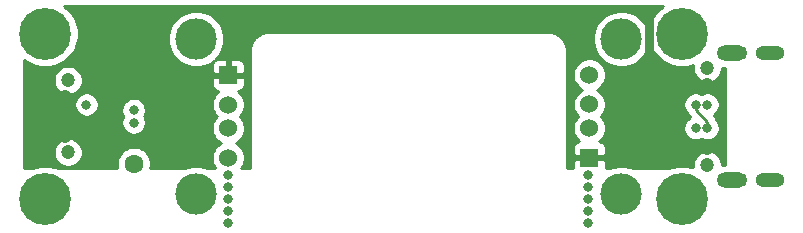
<source format=gbr>
%TF.GenerationSoftware,KiCad,Pcbnew,5.1.6-c6e7f7d~87~ubuntu18.04.1*%
%TF.CreationDate,2020-09-20T16:09:31-04:00*%
%TF.ProjectId,bt500-usbc,62743530-302d-4757-9362-632e6b696361,rev?*%
%TF.SameCoordinates,Original*%
%TF.FileFunction,Copper,L3,Inr*%
%TF.FilePolarity,Positive*%
%FSLAX46Y46*%
G04 Gerber Fmt 4.6, Leading zero omitted, Abs format (unit mm)*
G04 Created by KiCad (PCBNEW 5.1.6-c6e7f7d~87~ubuntu18.04.1) date 2020-09-20 16:09:31*
%MOMM*%
%LPD*%
G01*
G04 APERTURE LIST*
%TA.AperFunction,ViaPad*%
%ADD10O,2.450000X1.225000*%
%TD*%
%TA.AperFunction,ViaPad*%
%ADD11O,2.600000X1.300000*%
%TD*%
%TA.AperFunction,ViaPad*%
%ADD12C,1.524000*%
%TD*%
%TA.AperFunction,ViaPad*%
%ADD13R,1.524000X1.524000*%
%TD*%
%TA.AperFunction,ViaPad*%
%ADD14C,3.500000*%
%TD*%
%TA.AperFunction,ViaPad*%
%ADD15C,4.400000*%
%TD*%
%TA.AperFunction,ViaPad*%
%ADD16C,0.800000*%
%TD*%
%TA.AperFunction,ViaPad*%
%ADD17C,1.200000*%
%TD*%
%TA.AperFunction,ViaPad*%
%ADD18C,1.600000*%
%TD*%
%TA.AperFunction,Conductor*%
%ADD19C,0.750000*%
%TD*%
%TA.AperFunction,Conductor*%
%ADD20C,0.250000*%
%TD*%
%TA.AperFunction,Conductor*%
%ADD21C,0.254000*%
%TD*%
G04 APERTURE END LIST*
D10*
%TO.N,/SHIELD*%
%TO.C,J2*%
X181630000Y-101640000D03*
X181630000Y-90840000D03*
D11*
X178400000Y-101640000D03*
X178400000Y-90840000D03*
%TD*%
D12*
%TO.N,GND*%
%TO.C,P2*%
X166328125Y-92740000D03*
%TO.N,/UFP_D+*%
X166328125Y-95240000D03*
%TO.N,/UFP_D-*%
X166328125Y-97240000D03*
D13*
%TO.N,VBUS*%
X166328125Y-99740000D03*
D14*
%TO.N,/SHIELD*%
X169038125Y-102810000D03*
X169038125Y-89670000D03*
%TD*%
D12*
%TO.N,GND*%
%TO.C,P1*%
X135750000Y-99750000D03*
%TO.N,/DFP_D+*%
X135750000Y-97250000D03*
%TO.N,/DFP_D-*%
X135750000Y-95250000D03*
D13*
%TO.N,VBUS*%
X135750000Y-92750000D03*
D14*
%TO.N,/SHIELD*%
X133040000Y-89680000D03*
X133040000Y-102820000D03*
%TD*%
D15*
%TO.N,/SHIELD*%
%TO.C,H4*%
X174172000Y-103250000D03*
%TD*%
%TO.N,/SHIELD*%
%TO.C,H3*%
X174172000Y-89250000D03*
%TD*%
%TO.N,/SHIELD*%
%TO.C,H2*%
X120250000Y-103250000D03*
%TD*%
%TO.N,/SHIELD*%
%TO.C,H1*%
X120250000Y-89250000D03*
%TD*%
D16*
%TO.N,Net-(J1-PadB5)*%
X123750000Y-95250000D03*
%TO.N,/SHIELD*%
X135750000Y-105250000D03*
X135750000Y-104250000D03*
X135750000Y-103250000D03*
X135750000Y-102250000D03*
X135750000Y-101250000D03*
X166250000Y-105250000D03*
X166250000Y-104250000D03*
X166250000Y-103250000D03*
X166250000Y-102250000D03*
X166250000Y-101250000D03*
D17*
%TO.N,GND*%
X176328125Y-92150000D03*
X122200002Y-99302420D03*
X122200002Y-93197580D03*
X176328125Y-100350000D03*
D18*
X127750000Y-100250000D03*
D17*
%TO.N,VBUS*%
X176328125Y-93550000D03*
X176328125Y-98950000D03*
X121900002Y-94575000D03*
X121900002Y-97925000D03*
D16*
%TO.N,/DFP_D-*%
X127750000Y-95725000D03*
%TO.N,/DFP_D+*%
X127750000Y-96775000D03*
%TO.N,/UFP_D-*%
X175328125Y-97250000D03*
X176328125Y-95250000D03*
%TO.N,/UFP_D+*%
X176328125Y-97250000D03*
X175328125Y-95250000D03*
%TD*%
D19*
%TO.N,VBUS*%
X171363126Y-90786001D02*
X171363126Y-87863126D01*
D20*
%TO.N,/UFP_D+*%
X175328125Y-95684315D02*
X175328125Y-95250000D01*
X176328125Y-96684315D02*
X175328125Y-95684315D01*
X176328125Y-97250000D02*
X176328125Y-96684315D01*
%TD*%
D21*
%TO.N,VBUS*%
G36*
X172364793Y-87047912D02*
G01*
X171969912Y-87442793D01*
X171659656Y-87907124D01*
X171445948Y-88423061D01*
X171337000Y-88970777D01*
X171337000Y-89002117D01*
X171331471Y-88974321D01*
X171151685Y-88540279D01*
X170890675Y-88149651D01*
X170558474Y-87817450D01*
X170167846Y-87556440D01*
X169733804Y-87376654D01*
X169273027Y-87285000D01*
X168803223Y-87285000D01*
X168342446Y-87376654D01*
X167908404Y-87556440D01*
X167517776Y-87817450D01*
X167185575Y-88149651D01*
X166924565Y-88540279D01*
X166744779Y-88974321D01*
X166653125Y-89435098D01*
X166653125Y-89904902D01*
X166744779Y-90365679D01*
X166924565Y-90799721D01*
X167185575Y-91190349D01*
X167517776Y-91522550D01*
X167908404Y-91783560D01*
X168342446Y-91963346D01*
X168803223Y-92055000D01*
X169273027Y-92055000D01*
X169733804Y-91963346D01*
X170167846Y-91783560D01*
X170558474Y-91522550D01*
X170890675Y-91190349D01*
X171151685Y-90799721D01*
X171331471Y-90365679D01*
X171417426Y-89933551D01*
X171445948Y-90076939D01*
X171659656Y-90592876D01*
X171969912Y-91057207D01*
X172364793Y-91452088D01*
X172829124Y-91762344D01*
X173345061Y-91976052D01*
X173892777Y-92085000D01*
X174451223Y-92085000D01*
X174998939Y-91976052D01*
X175112921Y-91928839D01*
X175093125Y-92028363D01*
X175093125Y-92271637D01*
X175140585Y-92510236D01*
X175233682Y-92734992D01*
X175368838Y-92937267D01*
X175540858Y-93109287D01*
X175743133Y-93244443D01*
X175967889Y-93337540D01*
X176206488Y-93385000D01*
X176449762Y-93385000D01*
X176688361Y-93337540D01*
X176913117Y-93244443D01*
X177115392Y-93109287D01*
X177287412Y-92937267D01*
X177422568Y-92734992D01*
X177515665Y-92510236D01*
X177563125Y-92271637D01*
X177563125Y-92112812D01*
X177686877Y-92125000D01*
X177845001Y-92125000D01*
X177845000Y-100355000D01*
X177686877Y-100355000D01*
X177563125Y-100367188D01*
X177563125Y-100228363D01*
X177515665Y-99989764D01*
X177422568Y-99765008D01*
X177287412Y-99562733D01*
X177115392Y-99390713D01*
X176913117Y-99255557D01*
X176688361Y-99162460D01*
X176449762Y-99115000D01*
X176206488Y-99115000D01*
X175967889Y-99162460D01*
X175743133Y-99255557D01*
X175540858Y-99390713D01*
X175368838Y-99562733D01*
X175233682Y-99765008D01*
X175140585Y-99989764D01*
X175093125Y-100228363D01*
X175093125Y-100471637D01*
X175112921Y-100571161D01*
X174998939Y-100523948D01*
X174451223Y-100415000D01*
X173892777Y-100415000D01*
X173345061Y-100523948D01*
X173105928Y-100623000D01*
X169990546Y-100623000D01*
X169733804Y-100516654D01*
X169273027Y-100425000D01*
X168803223Y-100425000D01*
X168342446Y-100516654D01*
X168085704Y-100623000D01*
X167716280Y-100623000D01*
X167728197Y-100502000D01*
X167725125Y-100025750D01*
X167566375Y-99867000D01*
X166455125Y-99867000D01*
X166455125Y-99887000D01*
X166201125Y-99887000D01*
X166201125Y-99867000D01*
X165089875Y-99867000D01*
X164931125Y-100025750D01*
X164928053Y-100502000D01*
X164939970Y-100623000D01*
X164435000Y-100623000D01*
X164435000Y-98978000D01*
X164928053Y-98978000D01*
X164931125Y-99454250D01*
X165089875Y-99613000D01*
X166201125Y-99613000D01*
X166201125Y-99593000D01*
X166455125Y-99593000D01*
X166455125Y-99613000D01*
X167566375Y-99613000D01*
X167725125Y-99454250D01*
X167728197Y-98978000D01*
X167715937Y-98853518D01*
X167679627Y-98733820D01*
X167620662Y-98623506D01*
X167541310Y-98526815D01*
X167444619Y-98447463D01*
X167334305Y-98388498D01*
X167214607Y-98352188D01*
X167182833Y-98349059D01*
X167218660Y-98325120D01*
X167413245Y-98130535D01*
X167566130Y-97901727D01*
X167671439Y-97647490D01*
X167725125Y-97377592D01*
X167725125Y-97102408D01*
X167671439Y-96832510D01*
X167566130Y-96578273D01*
X167413245Y-96349465D01*
X167303780Y-96240000D01*
X167413245Y-96130535D01*
X167566130Y-95901727D01*
X167671439Y-95647490D01*
X167725125Y-95377592D01*
X167725125Y-95148061D01*
X174293125Y-95148061D01*
X174293125Y-95351939D01*
X174332899Y-95551898D01*
X174410920Y-95740256D01*
X174524188Y-95909774D01*
X174658870Y-96044456D01*
X174693151Y-96108591D01*
X174731140Y-96154880D01*
X174788124Y-96224316D01*
X174817127Y-96248119D01*
X174883078Y-96314069D01*
X174837869Y-96332795D01*
X174668351Y-96446063D01*
X174524188Y-96590226D01*
X174410920Y-96759744D01*
X174332899Y-96948102D01*
X174293125Y-97148061D01*
X174293125Y-97351939D01*
X174332899Y-97551898D01*
X174410920Y-97740256D01*
X174524188Y-97909774D01*
X174668351Y-98053937D01*
X174837869Y-98167205D01*
X175026227Y-98245226D01*
X175226186Y-98285000D01*
X175430064Y-98285000D01*
X175630023Y-98245226D01*
X175818381Y-98167205D01*
X175828125Y-98160694D01*
X175837869Y-98167205D01*
X176026227Y-98245226D01*
X176226186Y-98285000D01*
X176430064Y-98285000D01*
X176630023Y-98245226D01*
X176818381Y-98167205D01*
X176987899Y-98053937D01*
X177132062Y-97909774D01*
X177245330Y-97740256D01*
X177323351Y-97551898D01*
X177363125Y-97351939D01*
X177363125Y-97148061D01*
X177323351Y-96948102D01*
X177245330Y-96759744D01*
X177132062Y-96590226D01*
X177077112Y-96535276D01*
X177033671Y-96392068D01*
X176963099Y-96260039D01*
X176868126Y-96144314D01*
X176861176Y-96138610D01*
X176987899Y-96053937D01*
X177132062Y-95909774D01*
X177245330Y-95740256D01*
X177323351Y-95551898D01*
X177363125Y-95351939D01*
X177363125Y-95148061D01*
X177323351Y-94948102D01*
X177245330Y-94759744D01*
X177132062Y-94590226D01*
X176987899Y-94446063D01*
X176818381Y-94332795D01*
X176630023Y-94254774D01*
X176430064Y-94215000D01*
X176226186Y-94215000D01*
X176026227Y-94254774D01*
X175837869Y-94332795D01*
X175828125Y-94339306D01*
X175818381Y-94332795D01*
X175630023Y-94254774D01*
X175430064Y-94215000D01*
X175226186Y-94215000D01*
X175026227Y-94254774D01*
X174837869Y-94332795D01*
X174668351Y-94446063D01*
X174524188Y-94590226D01*
X174410920Y-94759744D01*
X174332899Y-94948102D01*
X174293125Y-95148061D01*
X167725125Y-95148061D01*
X167725125Y-95102408D01*
X167671439Y-94832510D01*
X167566130Y-94578273D01*
X167413245Y-94349465D01*
X167218660Y-94154880D01*
X166989852Y-94001995D01*
X166960894Y-93990000D01*
X166989852Y-93978005D01*
X167218660Y-93825120D01*
X167413245Y-93630535D01*
X167566130Y-93401727D01*
X167671439Y-93147490D01*
X167725125Y-92877592D01*
X167725125Y-92602408D01*
X167671439Y-92332510D01*
X167566130Y-92078273D01*
X167413245Y-91849465D01*
X167218660Y-91654880D01*
X166989852Y-91501995D01*
X166735615Y-91396686D01*
X166465717Y-91343000D01*
X166190533Y-91343000D01*
X165920635Y-91396686D01*
X165666398Y-91501995D01*
X165437590Y-91654880D01*
X165243005Y-91849465D01*
X165090120Y-92078273D01*
X164984811Y-92332510D01*
X164931125Y-92602408D01*
X164931125Y-92877592D01*
X164984811Y-93147490D01*
X165090120Y-93401727D01*
X165243005Y-93630535D01*
X165437590Y-93825120D01*
X165666398Y-93978005D01*
X165695356Y-93990000D01*
X165666398Y-94001995D01*
X165437590Y-94154880D01*
X165243005Y-94349465D01*
X165090120Y-94578273D01*
X164984811Y-94832510D01*
X164931125Y-95102408D01*
X164931125Y-95377592D01*
X164984811Y-95647490D01*
X165090120Y-95901727D01*
X165243005Y-96130535D01*
X165352470Y-96240000D01*
X165243005Y-96349465D01*
X165090120Y-96578273D01*
X164984811Y-96832510D01*
X164931125Y-97102408D01*
X164931125Y-97377592D01*
X164984811Y-97647490D01*
X165090120Y-97901727D01*
X165243005Y-98130535D01*
X165437590Y-98325120D01*
X165473417Y-98349059D01*
X165441643Y-98352188D01*
X165321945Y-98388498D01*
X165211631Y-98447463D01*
X165114940Y-98526815D01*
X165035588Y-98623506D01*
X164976623Y-98733820D01*
X164940313Y-98853518D01*
X164928053Y-98978000D01*
X164435000Y-98978000D01*
X164435000Y-90716353D01*
X164432113Y-90687045D01*
X164432156Y-90680933D01*
X164431223Y-90671415D01*
X164410822Y-90477318D01*
X164398339Y-90416504D01*
X164386705Y-90355519D01*
X164383941Y-90346363D01*
X164326229Y-90159925D01*
X164302170Y-90102692D01*
X164278913Y-90045127D01*
X164274423Y-90036682D01*
X164181598Y-89865006D01*
X164146878Y-89813532D01*
X164112883Y-89761582D01*
X164106838Y-89754170D01*
X163982435Y-89603793D01*
X163938362Y-89560027D01*
X163894943Y-89515689D01*
X163887574Y-89509592D01*
X163736332Y-89386242D01*
X163684614Y-89351881D01*
X163633393Y-89316809D01*
X163624980Y-89312260D01*
X163452657Y-89220635D01*
X163395261Y-89196978D01*
X163338193Y-89172519D01*
X163329057Y-89169690D01*
X163142220Y-89113281D01*
X163081302Y-89101219D01*
X163020590Y-89088314D01*
X163011078Y-89087314D01*
X162816845Y-89068269D01*
X162816837Y-89068269D01*
X162783647Y-89065000D01*
X139216353Y-89065000D01*
X139187045Y-89067887D01*
X139180933Y-89067844D01*
X139171415Y-89068777D01*
X138977318Y-89089178D01*
X138916504Y-89101661D01*
X138855519Y-89113295D01*
X138846363Y-89116059D01*
X138659925Y-89173771D01*
X138602692Y-89197830D01*
X138545127Y-89221087D01*
X138536682Y-89225577D01*
X138365006Y-89318402D01*
X138313532Y-89353122D01*
X138261582Y-89387117D01*
X138254170Y-89393162D01*
X138103793Y-89517565D01*
X138060027Y-89561638D01*
X138015689Y-89605057D01*
X138009592Y-89612426D01*
X137886242Y-89763668D01*
X137851881Y-89815386D01*
X137816809Y-89866607D01*
X137812260Y-89875020D01*
X137720635Y-90047343D01*
X137696978Y-90104739D01*
X137672519Y-90161807D01*
X137669690Y-90170943D01*
X137613281Y-90357780D01*
X137601219Y-90418698D01*
X137588314Y-90479410D01*
X137587314Y-90488922D01*
X137568269Y-90683155D01*
X137568269Y-90683173D01*
X137565001Y-90716353D01*
X137565000Y-100623000D01*
X136846837Y-100623000D01*
X136988005Y-100411727D01*
X137093314Y-100157490D01*
X137147000Y-99887592D01*
X137147000Y-99612408D01*
X137093314Y-99342510D01*
X136988005Y-99088273D01*
X136835120Y-98859465D01*
X136640535Y-98664880D01*
X136411727Y-98511995D01*
X136382769Y-98500000D01*
X136411727Y-98488005D01*
X136640535Y-98335120D01*
X136835120Y-98140535D01*
X136988005Y-97911727D01*
X137093314Y-97657490D01*
X137147000Y-97387592D01*
X137147000Y-97112408D01*
X137093314Y-96842510D01*
X136988005Y-96588273D01*
X136835120Y-96359465D01*
X136725655Y-96250000D01*
X136835120Y-96140535D01*
X136988005Y-95911727D01*
X137093314Y-95657490D01*
X137147000Y-95387592D01*
X137147000Y-95112408D01*
X137093314Y-94842510D01*
X136988005Y-94588273D01*
X136835120Y-94359465D01*
X136640535Y-94164880D01*
X136604708Y-94140941D01*
X136636482Y-94137812D01*
X136756180Y-94101502D01*
X136866494Y-94042537D01*
X136963185Y-93963185D01*
X137042537Y-93866494D01*
X137101502Y-93756180D01*
X137137812Y-93636482D01*
X137150072Y-93512000D01*
X137147000Y-93035750D01*
X136988250Y-92877000D01*
X135877000Y-92877000D01*
X135877000Y-92897000D01*
X135623000Y-92897000D01*
X135623000Y-92877000D01*
X134511750Y-92877000D01*
X134353000Y-93035750D01*
X134349928Y-93512000D01*
X134362188Y-93636482D01*
X134398498Y-93756180D01*
X134457463Y-93866494D01*
X134536815Y-93963185D01*
X134633506Y-94042537D01*
X134743820Y-94101502D01*
X134863518Y-94137812D01*
X134895292Y-94140941D01*
X134859465Y-94164880D01*
X134664880Y-94359465D01*
X134511995Y-94588273D01*
X134406686Y-94842510D01*
X134353000Y-95112408D01*
X134353000Y-95387592D01*
X134406686Y-95657490D01*
X134511995Y-95911727D01*
X134664880Y-96140535D01*
X134774345Y-96250000D01*
X134664880Y-96359465D01*
X134511995Y-96588273D01*
X134406686Y-96842510D01*
X134353000Y-97112408D01*
X134353000Y-97387592D01*
X134406686Y-97657490D01*
X134511995Y-97911727D01*
X134664880Y-98140535D01*
X134859465Y-98335120D01*
X135088273Y-98488005D01*
X135117231Y-98500000D01*
X135088273Y-98511995D01*
X134859465Y-98664880D01*
X134664880Y-98859465D01*
X134511995Y-99088273D01*
X134406686Y-99342510D01*
X134353000Y-99612408D01*
X134353000Y-99887592D01*
X134406686Y-100157490D01*
X134511995Y-100411727D01*
X134653163Y-100623000D01*
X133968279Y-100623000D01*
X133735679Y-100526654D01*
X133274902Y-100435000D01*
X132805098Y-100435000D01*
X132344321Y-100526654D01*
X132111721Y-100623000D01*
X129138918Y-100623000D01*
X129185000Y-100391335D01*
X129185000Y-100108665D01*
X129129853Y-99831426D01*
X129021680Y-99570273D01*
X128864637Y-99335241D01*
X128664759Y-99135363D01*
X128429727Y-98978320D01*
X128168574Y-98870147D01*
X127891335Y-98815000D01*
X127608665Y-98815000D01*
X127331426Y-98870147D01*
X127070273Y-98978320D01*
X126835241Y-99135363D01*
X126635363Y-99335241D01*
X126478320Y-99570273D01*
X126370147Y-99831426D01*
X126315000Y-100108665D01*
X126315000Y-100391335D01*
X126361082Y-100623000D01*
X121316072Y-100623000D01*
X121076939Y-100523948D01*
X120529223Y-100415000D01*
X119970777Y-100415000D01*
X119423061Y-100523948D01*
X119183928Y-100623000D01*
X118435000Y-100623000D01*
X118435000Y-99180783D01*
X120965002Y-99180783D01*
X120965002Y-99424057D01*
X121012462Y-99662656D01*
X121105559Y-99887412D01*
X121240715Y-100089687D01*
X121412735Y-100261707D01*
X121615010Y-100396863D01*
X121839766Y-100489960D01*
X122078365Y-100537420D01*
X122321639Y-100537420D01*
X122560238Y-100489960D01*
X122784994Y-100396863D01*
X122987269Y-100261707D01*
X123159289Y-100089687D01*
X123294445Y-99887412D01*
X123387542Y-99662656D01*
X123435002Y-99424057D01*
X123435002Y-99180783D01*
X123387542Y-98942184D01*
X123294445Y-98717428D01*
X123159289Y-98515153D01*
X122987269Y-98343133D01*
X122784994Y-98207977D01*
X122560238Y-98114880D01*
X122321639Y-98067420D01*
X122078365Y-98067420D01*
X121839766Y-98114880D01*
X121615010Y-98207977D01*
X121412735Y-98343133D01*
X121240715Y-98515153D01*
X121105559Y-98717428D01*
X121012462Y-98942184D01*
X120965002Y-99180783D01*
X118435000Y-99180783D01*
X118435000Y-95148061D01*
X122715000Y-95148061D01*
X122715000Y-95351939D01*
X122754774Y-95551898D01*
X122832795Y-95740256D01*
X122946063Y-95909774D01*
X123090226Y-96053937D01*
X123259744Y-96167205D01*
X123448102Y-96245226D01*
X123648061Y-96285000D01*
X123851939Y-96285000D01*
X124051898Y-96245226D01*
X124240256Y-96167205D01*
X124409774Y-96053937D01*
X124553937Y-95909774D01*
X124667205Y-95740256D01*
X124715749Y-95623061D01*
X126715000Y-95623061D01*
X126715000Y-95826939D01*
X126754774Y-96026898D01*
X126832795Y-96215256D01*
X126856010Y-96250000D01*
X126832795Y-96284744D01*
X126754774Y-96473102D01*
X126715000Y-96673061D01*
X126715000Y-96876939D01*
X126754774Y-97076898D01*
X126832795Y-97265256D01*
X126946063Y-97434774D01*
X127090226Y-97578937D01*
X127259744Y-97692205D01*
X127448102Y-97770226D01*
X127648061Y-97810000D01*
X127851939Y-97810000D01*
X128051898Y-97770226D01*
X128240256Y-97692205D01*
X128409774Y-97578937D01*
X128553937Y-97434774D01*
X128667205Y-97265256D01*
X128745226Y-97076898D01*
X128785000Y-96876939D01*
X128785000Y-96673061D01*
X128745226Y-96473102D01*
X128667205Y-96284744D01*
X128643990Y-96250000D01*
X128667205Y-96215256D01*
X128745226Y-96026898D01*
X128785000Y-95826939D01*
X128785000Y-95623061D01*
X128745226Y-95423102D01*
X128667205Y-95234744D01*
X128553937Y-95065226D01*
X128409774Y-94921063D01*
X128240256Y-94807795D01*
X128051898Y-94729774D01*
X127851939Y-94690000D01*
X127648061Y-94690000D01*
X127448102Y-94729774D01*
X127259744Y-94807795D01*
X127090226Y-94921063D01*
X126946063Y-95065226D01*
X126832795Y-95234744D01*
X126754774Y-95423102D01*
X126715000Y-95623061D01*
X124715749Y-95623061D01*
X124745226Y-95551898D01*
X124785000Y-95351939D01*
X124785000Y-95148061D01*
X124745226Y-94948102D01*
X124667205Y-94759744D01*
X124553937Y-94590226D01*
X124409774Y-94446063D01*
X124240256Y-94332795D01*
X124051898Y-94254774D01*
X123851939Y-94215000D01*
X123648061Y-94215000D01*
X123448102Y-94254774D01*
X123259744Y-94332795D01*
X123090226Y-94446063D01*
X122946063Y-94590226D01*
X122832795Y-94759744D01*
X122754774Y-94948102D01*
X122715000Y-95148061D01*
X118435000Y-95148061D01*
X118435000Y-93075943D01*
X120965002Y-93075943D01*
X120965002Y-93319217D01*
X121012462Y-93557816D01*
X121105559Y-93782572D01*
X121240715Y-93984847D01*
X121412735Y-94156867D01*
X121615010Y-94292023D01*
X121839766Y-94385120D01*
X122078365Y-94432580D01*
X122321639Y-94432580D01*
X122560238Y-94385120D01*
X122784994Y-94292023D01*
X122987269Y-94156867D01*
X123159289Y-93984847D01*
X123294445Y-93782572D01*
X123387542Y-93557816D01*
X123435002Y-93319217D01*
X123435002Y-93075943D01*
X123387542Y-92837344D01*
X123294445Y-92612588D01*
X123159289Y-92410313D01*
X122987269Y-92238293D01*
X122784994Y-92103137D01*
X122560238Y-92010040D01*
X122321639Y-91962580D01*
X122078365Y-91962580D01*
X121839766Y-92010040D01*
X121615010Y-92103137D01*
X121412735Y-92238293D01*
X121240715Y-92410313D01*
X121105559Y-92612588D01*
X121012462Y-92837344D01*
X120965002Y-93075943D01*
X118435000Y-93075943D01*
X118435000Y-91444295D01*
X118442793Y-91452088D01*
X118907124Y-91762344D01*
X119423061Y-91976052D01*
X119970777Y-92085000D01*
X120529223Y-92085000D01*
X121076939Y-91976052D01*
X121592876Y-91762344D01*
X122057207Y-91452088D01*
X122452088Y-91057207D01*
X122762344Y-90592876D01*
X122976052Y-90076939D01*
X123085000Y-89529223D01*
X123085000Y-89445098D01*
X130655000Y-89445098D01*
X130655000Y-89914902D01*
X130746654Y-90375679D01*
X130926440Y-90809721D01*
X131187450Y-91200349D01*
X131519651Y-91532550D01*
X131910279Y-91793560D01*
X132344321Y-91973346D01*
X132805098Y-92065000D01*
X133274902Y-92065000D01*
X133735679Y-91973346D01*
X134169721Y-91793560D01*
X134515991Y-91562189D01*
X134457463Y-91633506D01*
X134398498Y-91743820D01*
X134362188Y-91863518D01*
X134349928Y-91988000D01*
X134353000Y-92464250D01*
X134511750Y-92623000D01*
X135623000Y-92623000D01*
X135623000Y-91511750D01*
X135877000Y-91511750D01*
X135877000Y-92623000D01*
X136988250Y-92623000D01*
X137147000Y-92464250D01*
X137150072Y-91988000D01*
X137137812Y-91863518D01*
X137101502Y-91743820D01*
X137042537Y-91633506D01*
X136963185Y-91536815D01*
X136866494Y-91457463D01*
X136756180Y-91398498D01*
X136636482Y-91362188D01*
X136512000Y-91349928D01*
X136035750Y-91353000D01*
X135877000Y-91511750D01*
X135623000Y-91511750D01*
X135464250Y-91353000D01*
X134988000Y-91349928D01*
X134863518Y-91362188D01*
X134743820Y-91398498D01*
X134637652Y-91455247D01*
X134892550Y-91200349D01*
X135153560Y-90809721D01*
X135333346Y-90375679D01*
X135425000Y-89914902D01*
X135425000Y-89445098D01*
X135333346Y-88984321D01*
X135153560Y-88550279D01*
X134892550Y-88159651D01*
X134560349Y-87827450D01*
X134169721Y-87566440D01*
X133735679Y-87386654D01*
X133274902Y-87295000D01*
X132805098Y-87295000D01*
X132344321Y-87386654D01*
X131910279Y-87566440D01*
X131519651Y-87827450D01*
X131187450Y-88159651D01*
X130926440Y-88550279D01*
X130746654Y-88984321D01*
X130655000Y-89445098D01*
X123085000Y-89445098D01*
X123085000Y-88970777D01*
X122976052Y-88423061D01*
X122762344Y-87907124D01*
X122452088Y-87442793D01*
X122057207Y-87047912D01*
X121888222Y-86935000D01*
X172533778Y-86935000D01*
X172364793Y-87047912D01*
G37*
X172364793Y-87047912D02*
X171969912Y-87442793D01*
X171659656Y-87907124D01*
X171445948Y-88423061D01*
X171337000Y-88970777D01*
X171337000Y-89002117D01*
X171331471Y-88974321D01*
X171151685Y-88540279D01*
X170890675Y-88149651D01*
X170558474Y-87817450D01*
X170167846Y-87556440D01*
X169733804Y-87376654D01*
X169273027Y-87285000D01*
X168803223Y-87285000D01*
X168342446Y-87376654D01*
X167908404Y-87556440D01*
X167517776Y-87817450D01*
X167185575Y-88149651D01*
X166924565Y-88540279D01*
X166744779Y-88974321D01*
X166653125Y-89435098D01*
X166653125Y-89904902D01*
X166744779Y-90365679D01*
X166924565Y-90799721D01*
X167185575Y-91190349D01*
X167517776Y-91522550D01*
X167908404Y-91783560D01*
X168342446Y-91963346D01*
X168803223Y-92055000D01*
X169273027Y-92055000D01*
X169733804Y-91963346D01*
X170167846Y-91783560D01*
X170558474Y-91522550D01*
X170890675Y-91190349D01*
X171151685Y-90799721D01*
X171331471Y-90365679D01*
X171417426Y-89933551D01*
X171445948Y-90076939D01*
X171659656Y-90592876D01*
X171969912Y-91057207D01*
X172364793Y-91452088D01*
X172829124Y-91762344D01*
X173345061Y-91976052D01*
X173892777Y-92085000D01*
X174451223Y-92085000D01*
X174998939Y-91976052D01*
X175112921Y-91928839D01*
X175093125Y-92028363D01*
X175093125Y-92271637D01*
X175140585Y-92510236D01*
X175233682Y-92734992D01*
X175368838Y-92937267D01*
X175540858Y-93109287D01*
X175743133Y-93244443D01*
X175967889Y-93337540D01*
X176206488Y-93385000D01*
X176449762Y-93385000D01*
X176688361Y-93337540D01*
X176913117Y-93244443D01*
X177115392Y-93109287D01*
X177287412Y-92937267D01*
X177422568Y-92734992D01*
X177515665Y-92510236D01*
X177563125Y-92271637D01*
X177563125Y-92112812D01*
X177686877Y-92125000D01*
X177845001Y-92125000D01*
X177845000Y-100355000D01*
X177686877Y-100355000D01*
X177563125Y-100367188D01*
X177563125Y-100228363D01*
X177515665Y-99989764D01*
X177422568Y-99765008D01*
X177287412Y-99562733D01*
X177115392Y-99390713D01*
X176913117Y-99255557D01*
X176688361Y-99162460D01*
X176449762Y-99115000D01*
X176206488Y-99115000D01*
X175967889Y-99162460D01*
X175743133Y-99255557D01*
X175540858Y-99390713D01*
X175368838Y-99562733D01*
X175233682Y-99765008D01*
X175140585Y-99989764D01*
X175093125Y-100228363D01*
X175093125Y-100471637D01*
X175112921Y-100571161D01*
X174998939Y-100523948D01*
X174451223Y-100415000D01*
X173892777Y-100415000D01*
X173345061Y-100523948D01*
X173105928Y-100623000D01*
X169990546Y-100623000D01*
X169733804Y-100516654D01*
X169273027Y-100425000D01*
X168803223Y-100425000D01*
X168342446Y-100516654D01*
X168085704Y-100623000D01*
X167716280Y-100623000D01*
X167728197Y-100502000D01*
X167725125Y-100025750D01*
X167566375Y-99867000D01*
X166455125Y-99867000D01*
X166455125Y-99887000D01*
X166201125Y-99887000D01*
X166201125Y-99867000D01*
X165089875Y-99867000D01*
X164931125Y-100025750D01*
X164928053Y-100502000D01*
X164939970Y-100623000D01*
X164435000Y-100623000D01*
X164435000Y-98978000D01*
X164928053Y-98978000D01*
X164931125Y-99454250D01*
X165089875Y-99613000D01*
X166201125Y-99613000D01*
X166201125Y-99593000D01*
X166455125Y-99593000D01*
X166455125Y-99613000D01*
X167566375Y-99613000D01*
X167725125Y-99454250D01*
X167728197Y-98978000D01*
X167715937Y-98853518D01*
X167679627Y-98733820D01*
X167620662Y-98623506D01*
X167541310Y-98526815D01*
X167444619Y-98447463D01*
X167334305Y-98388498D01*
X167214607Y-98352188D01*
X167182833Y-98349059D01*
X167218660Y-98325120D01*
X167413245Y-98130535D01*
X167566130Y-97901727D01*
X167671439Y-97647490D01*
X167725125Y-97377592D01*
X167725125Y-97102408D01*
X167671439Y-96832510D01*
X167566130Y-96578273D01*
X167413245Y-96349465D01*
X167303780Y-96240000D01*
X167413245Y-96130535D01*
X167566130Y-95901727D01*
X167671439Y-95647490D01*
X167725125Y-95377592D01*
X167725125Y-95148061D01*
X174293125Y-95148061D01*
X174293125Y-95351939D01*
X174332899Y-95551898D01*
X174410920Y-95740256D01*
X174524188Y-95909774D01*
X174658870Y-96044456D01*
X174693151Y-96108591D01*
X174731140Y-96154880D01*
X174788124Y-96224316D01*
X174817127Y-96248119D01*
X174883078Y-96314069D01*
X174837869Y-96332795D01*
X174668351Y-96446063D01*
X174524188Y-96590226D01*
X174410920Y-96759744D01*
X174332899Y-96948102D01*
X174293125Y-97148061D01*
X174293125Y-97351939D01*
X174332899Y-97551898D01*
X174410920Y-97740256D01*
X174524188Y-97909774D01*
X174668351Y-98053937D01*
X174837869Y-98167205D01*
X175026227Y-98245226D01*
X175226186Y-98285000D01*
X175430064Y-98285000D01*
X175630023Y-98245226D01*
X175818381Y-98167205D01*
X175828125Y-98160694D01*
X175837869Y-98167205D01*
X176026227Y-98245226D01*
X176226186Y-98285000D01*
X176430064Y-98285000D01*
X176630023Y-98245226D01*
X176818381Y-98167205D01*
X176987899Y-98053937D01*
X177132062Y-97909774D01*
X177245330Y-97740256D01*
X177323351Y-97551898D01*
X177363125Y-97351939D01*
X177363125Y-97148061D01*
X177323351Y-96948102D01*
X177245330Y-96759744D01*
X177132062Y-96590226D01*
X177077112Y-96535276D01*
X177033671Y-96392068D01*
X176963099Y-96260039D01*
X176868126Y-96144314D01*
X176861176Y-96138610D01*
X176987899Y-96053937D01*
X177132062Y-95909774D01*
X177245330Y-95740256D01*
X177323351Y-95551898D01*
X177363125Y-95351939D01*
X177363125Y-95148061D01*
X177323351Y-94948102D01*
X177245330Y-94759744D01*
X177132062Y-94590226D01*
X176987899Y-94446063D01*
X176818381Y-94332795D01*
X176630023Y-94254774D01*
X176430064Y-94215000D01*
X176226186Y-94215000D01*
X176026227Y-94254774D01*
X175837869Y-94332795D01*
X175828125Y-94339306D01*
X175818381Y-94332795D01*
X175630023Y-94254774D01*
X175430064Y-94215000D01*
X175226186Y-94215000D01*
X175026227Y-94254774D01*
X174837869Y-94332795D01*
X174668351Y-94446063D01*
X174524188Y-94590226D01*
X174410920Y-94759744D01*
X174332899Y-94948102D01*
X174293125Y-95148061D01*
X167725125Y-95148061D01*
X167725125Y-95102408D01*
X167671439Y-94832510D01*
X167566130Y-94578273D01*
X167413245Y-94349465D01*
X167218660Y-94154880D01*
X166989852Y-94001995D01*
X166960894Y-93990000D01*
X166989852Y-93978005D01*
X167218660Y-93825120D01*
X167413245Y-93630535D01*
X167566130Y-93401727D01*
X167671439Y-93147490D01*
X167725125Y-92877592D01*
X167725125Y-92602408D01*
X167671439Y-92332510D01*
X167566130Y-92078273D01*
X167413245Y-91849465D01*
X167218660Y-91654880D01*
X166989852Y-91501995D01*
X166735615Y-91396686D01*
X166465717Y-91343000D01*
X166190533Y-91343000D01*
X165920635Y-91396686D01*
X165666398Y-91501995D01*
X165437590Y-91654880D01*
X165243005Y-91849465D01*
X165090120Y-92078273D01*
X164984811Y-92332510D01*
X164931125Y-92602408D01*
X164931125Y-92877592D01*
X164984811Y-93147490D01*
X165090120Y-93401727D01*
X165243005Y-93630535D01*
X165437590Y-93825120D01*
X165666398Y-93978005D01*
X165695356Y-93990000D01*
X165666398Y-94001995D01*
X165437590Y-94154880D01*
X165243005Y-94349465D01*
X165090120Y-94578273D01*
X164984811Y-94832510D01*
X164931125Y-95102408D01*
X164931125Y-95377592D01*
X164984811Y-95647490D01*
X165090120Y-95901727D01*
X165243005Y-96130535D01*
X165352470Y-96240000D01*
X165243005Y-96349465D01*
X165090120Y-96578273D01*
X164984811Y-96832510D01*
X164931125Y-97102408D01*
X164931125Y-97377592D01*
X164984811Y-97647490D01*
X165090120Y-97901727D01*
X165243005Y-98130535D01*
X165437590Y-98325120D01*
X165473417Y-98349059D01*
X165441643Y-98352188D01*
X165321945Y-98388498D01*
X165211631Y-98447463D01*
X165114940Y-98526815D01*
X165035588Y-98623506D01*
X164976623Y-98733820D01*
X164940313Y-98853518D01*
X164928053Y-98978000D01*
X164435000Y-98978000D01*
X164435000Y-90716353D01*
X164432113Y-90687045D01*
X164432156Y-90680933D01*
X164431223Y-90671415D01*
X164410822Y-90477318D01*
X164398339Y-90416504D01*
X164386705Y-90355519D01*
X164383941Y-90346363D01*
X164326229Y-90159925D01*
X164302170Y-90102692D01*
X164278913Y-90045127D01*
X164274423Y-90036682D01*
X164181598Y-89865006D01*
X164146878Y-89813532D01*
X164112883Y-89761582D01*
X164106838Y-89754170D01*
X163982435Y-89603793D01*
X163938362Y-89560027D01*
X163894943Y-89515689D01*
X163887574Y-89509592D01*
X163736332Y-89386242D01*
X163684614Y-89351881D01*
X163633393Y-89316809D01*
X163624980Y-89312260D01*
X163452657Y-89220635D01*
X163395261Y-89196978D01*
X163338193Y-89172519D01*
X163329057Y-89169690D01*
X163142220Y-89113281D01*
X163081302Y-89101219D01*
X163020590Y-89088314D01*
X163011078Y-89087314D01*
X162816845Y-89068269D01*
X162816837Y-89068269D01*
X162783647Y-89065000D01*
X139216353Y-89065000D01*
X139187045Y-89067887D01*
X139180933Y-89067844D01*
X139171415Y-89068777D01*
X138977318Y-89089178D01*
X138916504Y-89101661D01*
X138855519Y-89113295D01*
X138846363Y-89116059D01*
X138659925Y-89173771D01*
X138602692Y-89197830D01*
X138545127Y-89221087D01*
X138536682Y-89225577D01*
X138365006Y-89318402D01*
X138313532Y-89353122D01*
X138261582Y-89387117D01*
X138254170Y-89393162D01*
X138103793Y-89517565D01*
X138060027Y-89561638D01*
X138015689Y-89605057D01*
X138009592Y-89612426D01*
X137886242Y-89763668D01*
X137851881Y-89815386D01*
X137816809Y-89866607D01*
X137812260Y-89875020D01*
X137720635Y-90047343D01*
X137696978Y-90104739D01*
X137672519Y-90161807D01*
X137669690Y-90170943D01*
X137613281Y-90357780D01*
X137601219Y-90418698D01*
X137588314Y-90479410D01*
X137587314Y-90488922D01*
X137568269Y-90683155D01*
X137568269Y-90683173D01*
X137565001Y-90716353D01*
X137565000Y-100623000D01*
X136846837Y-100623000D01*
X136988005Y-100411727D01*
X137093314Y-100157490D01*
X137147000Y-99887592D01*
X137147000Y-99612408D01*
X137093314Y-99342510D01*
X136988005Y-99088273D01*
X136835120Y-98859465D01*
X136640535Y-98664880D01*
X136411727Y-98511995D01*
X136382769Y-98500000D01*
X136411727Y-98488005D01*
X136640535Y-98335120D01*
X136835120Y-98140535D01*
X136988005Y-97911727D01*
X137093314Y-97657490D01*
X137147000Y-97387592D01*
X137147000Y-97112408D01*
X137093314Y-96842510D01*
X136988005Y-96588273D01*
X136835120Y-96359465D01*
X136725655Y-96250000D01*
X136835120Y-96140535D01*
X136988005Y-95911727D01*
X137093314Y-95657490D01*
X137147000Y-95387592D01*
X137147000Y-95112408D01*
X137093314Y-94842510D01*
X136988005Y-94588273D01*
X136835120Y-94359465D01*
X136640535Y-94164880D01*
X136604708Y-94140941D01*
X136636482Y-94137812D01*
X136756180Y-94101502D01*
X136866494Y-94042537D01*
X136963185Y-93963185D01*
X137042537Y-93866494D01*
X137101502Y-93756180D01*
X137137812Y-93636482D01*
X137150072Y-93512000D01*
X137147000Y-93035750D01*
X136988250Y-92877000D01*
X135877000Y-92877000D01*
X135877000Y-92897000D01*
X135623000Y-92897000D01*
X135623000Y-92877000D01*
X134511750Y-92877000D01*
X134353000Y-93035750D01*
X134349928Y-93512000D01*
X134362188Y-93636482D01*
X134398498Y-93756180D01*
X134457463Y-93866494D01*
X134536815Y-93963185D01*
X134633506Y-94042537D01*
X134743820Y-94101502D01*
X134863518Y-94137812D01*
X134895292Y-94140941D01*
X134859465Y-94164880D01*
X134664880Y-94359465D01*
X134511995Y-94588273D01*
X134406686Y-94842510D01*
X134353000Y-95112408D01*
X134353000Y-95387592D01*
X134406686Y-95657490D01*
X134511995Y-95911727D01*
X134664880Y-96140535D01*
X134774345Y-96250000D01*
X134664880Y-96359465D01*
X134511995Y-96588273D01*
X134406686Y-96842510D01*
X134353000Y-97112408D01*
X134353000Y-97387592D01*
X134406686Y-97657490D01*
X134511995Y-97911727D01*
X134664880Y-98140535D01*
X134859465Y-98335120D01*
X135088273Y-98488005D01*
X135117231Y-98500000D01*
X135088273Y-98511995D01*
X134859465Y-98664880D01*
X134664880Y-98859465D01*
X134511995Y-99088273D01*
X134406686Y-99342510D01*
X134353000Y-99612408D01*
X134353000Y-99887592D01*
X134406686Y-100157490D01*
X134511995Y-100411727D01*
X134653163Y-100623000D01*
X133968279Y-100623000D01*
X133735679Y-100526654D01*
X133274902Y-100435000D01*
X132805098Y-100435000D01*
X132344321Y-100526654D01*
X132111721Y-100623000D01*
X129138918Y-100623000D01*
X129185000Y-100391335D01*
X129185000Y-100108665D01*
X129129853Y-99831426D01*
X129021680Y-99570273D01*
X128864637Y-99335241D01*
X128664759Y-99135363D01*
X128429727Y-98978320D01*
X128168574Y-98870147D01*
X127891335Y-98815000D01*
X127608665Y-98815000D01*
X127331426Y-98870147D01*
X127070273Y-98978320D01*
X126835241Y-99135363D01*
X126635363Y-99335241D01*
X126478320Y-99570273D01*
X126370147Y-99831426D01*
X126315000Y-100108665D01*
X126315000Y-100391335D01*
X126361082Y-100623000D01*
X121316072Y-100623000D01*
X121076939Y-100523948D01*
X120529223Y-100415000D01*
X119970777Y-100415000D01*
X119423061Y-100523948D01*
X119183928Y-100623000D01*
X118435000Y-100623000D01*
X118435000Y-99180783D01*
X120965002Y-99180783D01*
X120965002Y-99424057D01*
X121012462Y-99662656D01*
X121105559Y-99887412D01*
X121240715Y-100089687D01*
X121412735Y-100261707D01*
X121615010Y-100396863D01*
X121839766Y-100489960D01*
X122078365Y-100537420D01*
X122321639Y-100537420D01*
X122560238Y-100489960D01*
X122784994Y-100396863D01*
X122987269Y-100261707D01*
X123159289Y-100089687D01*
X123294445Y-99887412D01*
X123387542Y-99662656D01*
X123435002Y-99424057D01*
X123435002Y-99180783D01*
X123387542Y-98942184D01*
X123294445Y-98717428D01*
X123159289Y-98515153D01*
X122987269Y-98343133D01*
X122784994Y-98207977D01*
X122560238Y-98114880D01*
X122321639Y-98067420D01*
X122078365Y-98067420D01*
X121839766Y-98114880D01*
X121615010Y-98207977D01*
X121412735Y-98343133D01*
X121240715Y-98515153D01*
X121105559Y-98717428D01*
X121012462Y-98942184D01*
X120965002Y-99180783D01*
X118435000Y-99180783D01*
X118435000Y-95148061D01*
X122715000Y-95148061D01*
X122715000Y-95351939D01*
X122754774Y-95551898D01*
X122832795Y-95740256D01*
X122946063Y-95909774D01*
X123090226Y-96053937D01*
X123259744Y-96167205D01*
X123448102Y-96245226D01*
X123648061Y-96285000D01*
X123851939Y-96285000D01*
X124051898Y-96245226D01*
X124240256Y-96167205D01*
X124409774Y-96053937D01*
X124553937Y-95909774D01*
X124667205Y-95740256D01*
X124715749Y-95623061D01*
X126715000Y-95623061D01*
X126715000Y-95826939D01*
X126754774Y-96026898D01*
X126832795Y-96215256D01*
X126856010Y-96250000D01*
X126832795Y-96284744D01*
X126754774Y-96473102D01*
X126715000Y-96673061D01*
X126715000Y-96876939D01*
X126754774Y-97076898D01*
X126832795Y-97265256D01*
X126946063Y-97434774D01*
X127090226Y-97578937D01*
X127259744Y-97692205D01*
X127448102Y-97770226D01*
X127648061Y-97810000D01*
X127851939Y-97810000D01*
X128051898Y-97770226D01*
X128240256Y-97692205D01*
X128409774Y-97578937D01*
X128553937Y-97434774D01*
X128667205Y-97265256D01*
X128745226Y-97076898D01*
X128785000Y-96876939D01*
X128785000Y-96673061D01*
X128745226Y-96473102D01*
X128667205Y-96284744D01*
X128643990Y-96250000D01*
X128667205Y-96215256D01*
X128745226Y-96026898D01*
X128785000Y-95826939D01*
X128785000Y-95623061D01*
X128745226Y-95423102D01*
X128667205Y-95234744D01*
X128553937Y-95065226D01*
X128409774Y-94921063D01*
X128240256Y-94807795D01*
X128051898Y-94729774D01*
X127851939Y-94690000D01*
X127648061Y-94690000D01*
X127448102Y-94729774D01*
X127259744Y-94807795D01*
X127090226Y-94921063D01*
X126946063Y-95065226D01*
X126832795Y-95234744D01*
X126754774Y-95423102D01*
X126715000Y-95623061D01*
X124715749Y-95623061D01*
X124745226Y-95551898D01*
X124785000Y-95351939D01*
X124785000Y-95148061D01*
X124745226Y-94948102D01*
X124667205Y-94759744D01*
X124553937Y-94590226D01*
X124409774Y-94446063D01*
X124240256Y-94332795D01*
X124051898Y-94254774D01*
X123851939Y-94215000D01*
X123648061Y-94215000D01*
X123448102Y-94254774D01*
X123259744Y-94332795D01*
X123090226Y-94446063D01*
X122946063Y-94590226D01*
X122832795Y-94759744D01*
X122754774Y-94948102D01*
X122715000Y-95148061D01*
X118435000Y-95148061D01*
X118435000Y-93075943D01*
X120965002Y-93075943D01*
X120965002Y-93319217D01*
X121012462Y-93557816D01*
X121105559Y-93782572D01*
X121240715Y-93984847D01*
X121412735Y-94156867D01*
X121615010Y-94292023D01*
X121839766Y-94385120D01*
X122078365Y-94432580D01*
X122321639Y-94432580D01*
X122560238Y-94385120D01*
X122784994Y-94292023D01*
X122987269Y-94156867D01*
X123159289Y-93984847D01*
X123294445Y-93782572D01*
X123387542Y-93557816D01*
X123435002Y-93319217D01*
X123435002Y-93075943D01*
X123387542Y-92837344D01*
X123294445Y-92612588D01*
X123159289Y-92410313D01*
X122987269Y-92238293D01*
X122784994Y-92103137D01*
X122560238Y-92010040D01*
X122321639Y-91962580D01*
X122078365Y-91962580D01*
X121839766Y-92010040D01*
X121615010Y-92103137D01*
X121412735Y-92238293D01*
X121240715Y-92410313D01*
X121105559Y-92612588D01*
X121012462Y-92837344D01*
X120965002Y-93075943D01*
X118435000Y-93075943D01*
X118435000Y-91444295D01*
X118442793Y-91452088D01*
X118907124Y-91762344D01*
X119423061Y-91976052D01*
X119970777Y-92085000D01*
X120529223Y-92085000D01*
X121076939Y-91976052D01*
X121592876Y-91762344D01*
X122057207Y-91452088D01*
X122452088Y-91057207D01*
X122762344Y-90592876D01*
X122976052Y-90076939D01*
X123085000Y-89529223D01*
X123085000Y-89445098D01*
X130655000Y-89445098D01*
X130655000Y-89914902D01*
X130746654Y-90375679D01*
X130926440Y-90809721D01*
X131187450Y-91200349D01*
X131519651Y-91532550D01*
X131910279Y-91793560D01*
X132344321Y-91973346D01*
X132805098Y-92065000D01*
X133274902Y-92065000D01*
X133735679Y-91973346D01*
X134169721Y-91793560D01*
X134515991Y-91562189D01*
X134457463Y-91633506D01*
X134398498Y-91743820D01*
X134362188Y-91863518D01*
X134349928Y-91988000D01*
X134353000Y-92464250D01*
X134511750Y-92623000D01*
X135623000Y-92623000D01*
X135623000Y-91511750D01*
X135877000Y-91511750D01*
X135877000Y-92623000D01*
X136988250Y-92623000D01*
X137147000Y-92464250D01*
X137150072Y-91988000D01*
X137137812Y-91863518D01*
X137101502Y-91743820D01*
X137042537Y-91633506D01*
X136963185Y-91536815D01*
X136866494Y-91457463D01*
X136756180Y-91398498D01*
X136636482Y-91362188D01*
X136512000Y-91349928D01*
X136035750Y-91353000D01*
X135877000Y-91511750D01*
X135623000Y-91511750D01*
X135464250Y-91353000D01*
X134988000Y-91349928D01*
X134863518Y-91362188D01*
X134743820Y-91398498D01*
X134637652Y-91455247D01*
X134892550Y-91200349D01*
X135153560Y-90809721D01*
X135333346Y-90375679D01*
X135425000Y-89914902D01*
X135425000Y-89445098D01*
X135333346Y-88984321D01*
X135153560Y-88550279D01*
X134892550Y-88159651D01*
X134560349Y-87827450D01*
X134169721Y-87566440D01*
X133735679Y-87386654D01*
X133274902Y-87295000D01*
X132805098Y-87295000D01*
X132344321Y-87386654D01*
X131910279Y-87566440D01*
X131519651Y-87827450D01*
X131187450Y-88159651D01*
X130926440Y-88550279D01*
X130746654Y-88984321D01*
X130655000Y-89445098D01*
X123085000Y-89445098D01*
X123085000Y-88970777D01*
X122976052Y-88423061D01*
X122762344Y-87907124D01*
X122452088Y-87442793D01*
X122057207Y-87047912D01*
X121888222Y-86935000D01*
X172533778Y-86935000D01*
X172364793Y-87047912D01*
%TD*%
M02*

</source>
